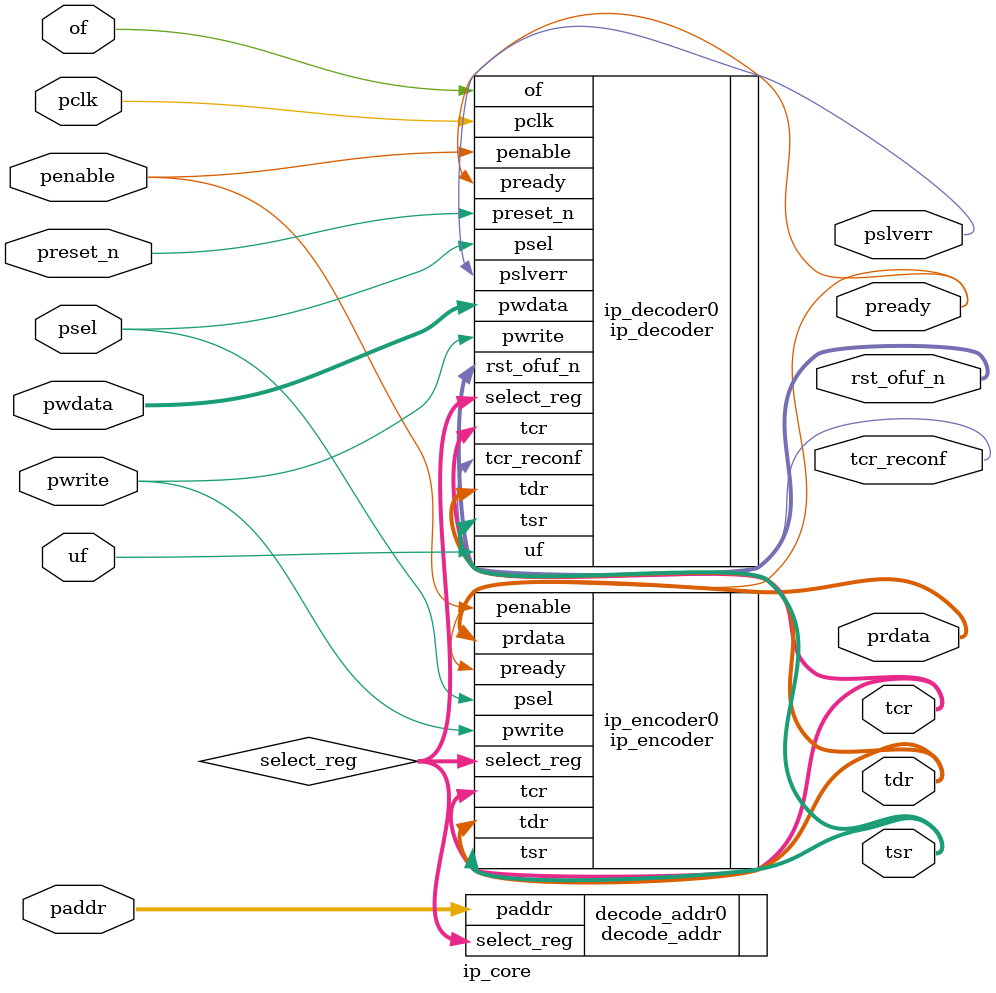
<source format=v>
module ip_core (
  input wire pclk,
  input wire preset_n,
  input wire pwrite,
  input wire psel,
  input wire penable,
  input wire [7:0] paddr,
  input wire [7:0] pwdata,
  input wire of, uf,

  output wire pready,
  output wire pslverr,
  output wire tcr_reconf,
  output wire [1:0] rst_ofuf_n,
  output wire [7:0] prdata,
  output wire [7:0] tdr, tcr, tsr
);

wire [3:0] select_reg;
//wire [7:0] tcr_in, tdr_in, tsr_in;

decode_addr decode_addr0 (
  .paddr      (paddr),
  .select_reg (select_reg)
);

ip_decoder ip_decoder0 (
  .pclk       (pclk),
  .preset_n   (preset_n),
  .penable    (penable),
  .pwrite     (pwrite),
  .psel       (psel),
  .select_reg (select_reg),
  .pwdata     (pwdata),
  .of         (of),
  .uf         (uf),

  .pready     (pready),
  .pslverr    (pslverr),
  .tdr        (tdr),
  .tcr        (tcr),
  .tsr        (tsr),
  .rst_ofuf_n   (rst_ofuf_n),
  .tcr_reconf  (tcr_reconf)
);

ip_encoder ip_encoder0 (
  .pwrite     (pwrite),
  .psel       (psel),
  .penable    (penable),
  .select_reg (select_reg),
  .pready     (pready),
  .tdr        (tdr),
  .tcr        (tcr),
  .tsr        (tsr),

  .prdata(prdata)
);
endmodule

</source>
